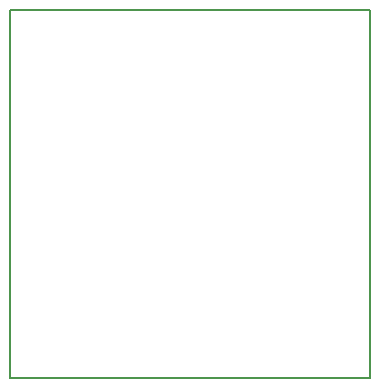
<source format=gm1>
%TF.GenerationSoftware,KiCad,Pcbnew,4.0.2+dfsg1-stable*%
%TF.CreationDate,2018-12-23T01:09:08+01:00*%
%TF.ProjectId,A1200MPU-Adapter,41313230304D50552D41646170746572,rev?*%
%TF.FileFunction,Profile,NP*%
%FSLAX46Y46*%
G04 Gerber Fmt 4.6, Leading zero omitted, Abs format (unit mm)*
G04 Created by KiCad (PCBNEW 4.0.2+dfsg1-stable) date Sun 23 Dec 2018 01:09:08 CET*
%MOMM*%
G01*
G04 APERTURE LIST*
%ADD10C,0.100000*%
%ADD11C,0.150000*%
G04 APERTURE END LIST*
D10*
D11*
X162560000Y-88265000D02*
X162560000Y-88900000D01*
X132080000Y-88900000D02*
X132080000Y-88265000D01*
X132080000Y-119380000D02*
X132080000Y-88900000D01*
X162560000Y-119380000D02*
X132080000Y-119380000D01*
X162560000Y-88900000D02*
X162560000Y-119380000D01*
X132080000Y-88265000D02*
X162560000Y-88265000D01*
M02*

</source>
